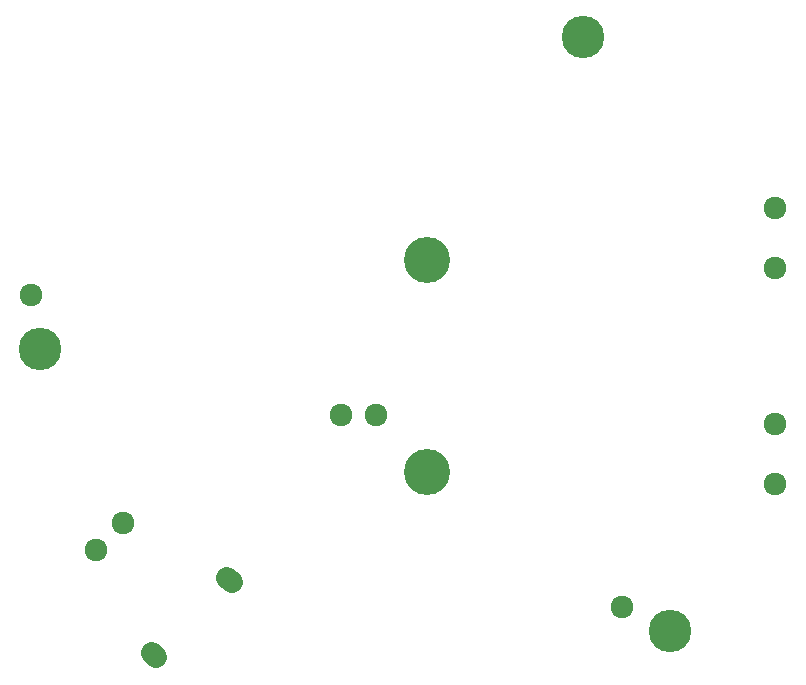
<source format=gbr>
G04 #@! TF.FileFunction,Soldermask,Bot*
%FSLAX46Y46*%
G04 Gerber Fmt 4.6, Leading zero omitted, Abs format (unit mm)*
G04 Created by KiCad (PCBNEW 4.0.7) date 07/04/18 14:48:19*
%MOMM*%
%LPD*%
G01*
G04 APERTURE LIST*
%ADD10C,0.100000*%
%ADD11C,1.924000*%
%ADD12C,1.900000*%
%ADD13C,3.600000*%
%ADD14C,3.900000*%
G04 APERTURE END LIST*
D10*
D11*
X125635501Y-113232377D03*
X123300634Y-115567244D03*
D12*
X128432816Y-124650738D02*
X128079262Y-124297184D01*
X134796777Y-118286777D02*
X134443223Y-117933223D01*
D11*
X167894000Y-120396000D03*
X117856000Y-93980000D03*
X180848000Y-104902000D03*
X180848000Y-109982000D03*
X180848000Y-91694000D03*
X180848000Y-86614000D03*
D13*
X118618000Y-98552000D03*
X164592000Y-72136000D03*
X171958000Y-122428000D03*
D14*
X151384000Y-90966000D03*
X151384000Y-108966000D03*
D11*
X144042000Y-104108000D03*
X147042000Y-104108000D03*
M02*

</source>
